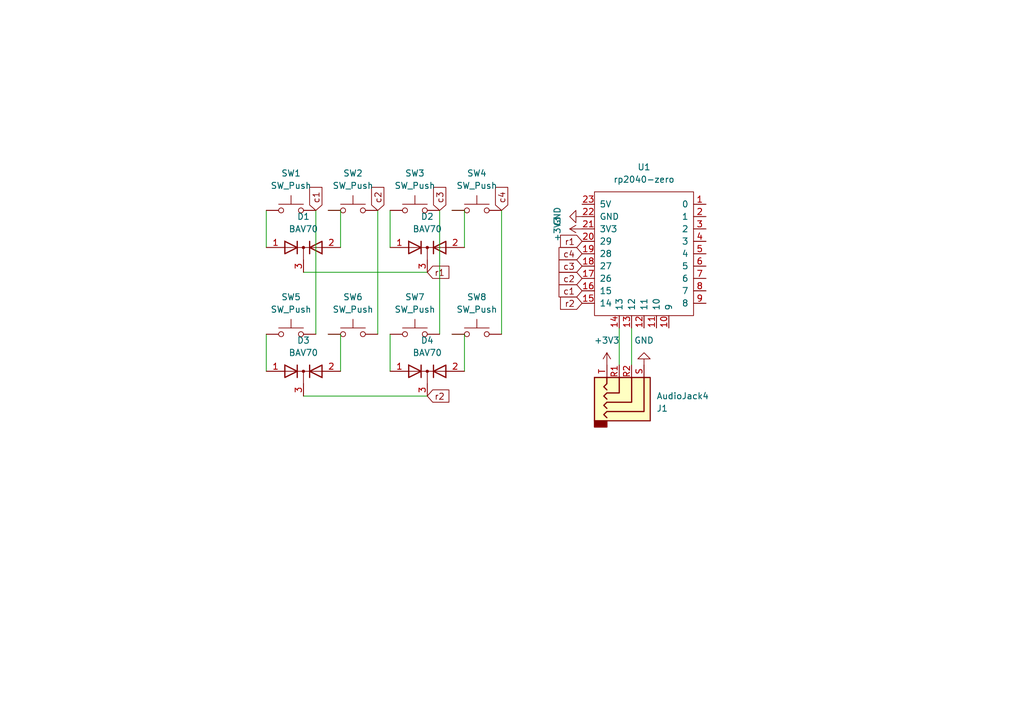
<source format=kicad_sch>
(kicad_sch (version 20230121) (generator eeschema)
  (paper "A5")
  (title_block (title "Art Pad") (date "2023-09-05"))
  (lib_symbols
    (symbol "Connector_Audio:AudioJack4"
      (property "Reference" "J" (at 0 8.89 0))
      (property "Value" "AudioJack4" (at 0 6.35 0))
      (symbol "AudioJack4_0_1"
        (rectangle (start -6.35 -5.08) (end -7.62 -7.62) (stroke (width 0.254)) (fill (type outline)))
        (polyline (pts (xy 0 -5.08) (xy 0.635 -5.715) (xy 1.27 -5.08) (xy 2.54 -5.08)) (stroke (width 0.254)))
        (polyline (pts (xy -5.715 -5.08) (xy -5.08 -5.715) (xy -4.445 -5.08) (xy -4.445 2.54) (xy 2.54 2.54)) (stroke (width 0.254)))
        (polyline (pts (xy -1.905 -5.08) (xy -1.27 -5.715) (xy -0.635 -5.08) (xy -0.635 -2.54) (xy 2.54 -2.54)) (stroke (width 0.254)))
        (polyline (pts (xy 2.54 0) (xy -2.54 0) (xy -2.54 -5.08) (xy -3.175 -5.715) (xy -3.81 -5.08)) (stroke (width 0.254)))
        (rectangle (start 2.54 3.81) (end -6.35 -7.62) (stroke (width 0.254)) (fill (type background)))
      )
      (symbol "AudioJack4_1_1"
        (pin passive line (at 5.08 -2.54 180) (length 2.54) (name "~") (number "R1"))
        (pin passive line (at 5.08 0 180) (length 2.54) (name "~") (number "R2"))
        (pin passive line (at 5.08 2.54 180) (length 2.54) (name "~") (number "S"))
        (pin passive line (at 5.08 -5.08 180) (length 2.54) (name "~") (number "T"))
      )
    )
    (symbol "Diode:BAV70" (pin_names hide)
      (property "Reference" "D" (at 0.635 -2.54 0))
      (property "Value" "BAV70" (at 0 2.54 0))
      (symbol "BAV70_0_1"
        (polyline (pts (xy -3.81 0) (xy 3.81 0)))
        (polyline (pts (xy 0 0) (xy 0 -2.54)))
        (polyline (pts (xy -1.27 -1.27) (xy -1.27 1.27) (xy -1.27 1.27)) (stroke (width 0.254)))
        (polyline (pts (xy 1.27 -1.27) (xy 1.27 1.27) (xy 1.27 1.27)) (stroke (width 0.254)))
        (polyline (pts (xy -3.81 1.27) (xy -1.27 0) (xy -3.81 -1.27) (xy -3.81 1.27) (xy -3.81 1.27) (xy -3.81 1.27)) (stroke (width 0.254)))
        (polyline (pts (xy 3.81 -1.27) (xy 1.27 0) (xy 3.81 1.27) (xy 3.81 -1.27) (xy 3.81 -1.27) (xy 3.81 -1.27)) (stroke (width 0.254)))
        (circle (center 0 0) (radius 0.254) (fill (type outline)))
        (pin passive line (at -7.62 0 0) (length 3.81) (name "A") (number "1"))
        (pin passive line (at 7.62 0 180) (length 3.81) (name "A") (number "2"))
        (pin passive line (at 0 -5.08 90) (length 2.54) (name "K") (number "3"))
      )
    )
    (symbol "Switch:SW_Push" (pin_numbers hide) (pin_names (offset 1.016) hide)
      (property "Reference" "SW" (at 1.27 2.54 0))
      (property "Value" "SW_Push" (at 0 -1.524 0))
      (symbol "SW_Push_0_1"
        (circle (center -2.032 0) (radius 0.508))
        (polyline (pts (xy 0 1.27) (xy 0 3.048)))
        (polyline (pts (xy 2.54 1.27) (xy -2.54 1.27)))
        (circle (center 2.032 0) (radius 0.508))
        (pin passive line (at -5.08 0 0) (length 2.54) (name "1") (number "1"))
        (pin passive line (at 5.08 0 180) (length 2.54) (name "2") (number "2"))
      )
    )
    (symbol "custom:rp2040-zero" (pin_names (offset 1.016))
      (property "Reference" "U" (at 0 15.24 0))
      (property "Value" "rp2040-zero" (at 0 12.7 0))
      (symbol "rp2040-zero_0_1"
        (rectangle (start -10.16 11.43) (end 10.16 -13.97))
      )
      (symbol "rp2040-zero_1_1"
        (pin bidirectional line (at 12.7 8.89 180) (length 2.54) (name "0") (number "1"))
        (pin bidirectional line (at 5.08 -16.51 90) (length 2.54) (name "9") (number "10"))
        (pin bidirectional line (at 2.54 -16.51 90) (length 2.54) (name "10") (number "11"))
        (pin bidirectional line (at 0 -16.51 90) (length 2.54) (name "11") (number "12"))
        (pin bidirectional line (at -2.54 -16.51 90) (length 2.54) (name "12") (number "13"))
        (pin bidirectional line (at -5.08 -16.51 90) (length 2.54) (name "13") (number "14"))
        (pin bidirectional line (at -12.7 -11.43 0) (length 2.54) (name "14") (number "15"))
        (pin bidirectional line (at -12.7 -8.89 0) (length 2.54) (name "15") (number "16"))
        (pin bidirectional line (at -12.7 -6.35 0) (length 2.54) (name "26") (number "17"))
        (pin bidirectional line (at -12.7 -3.81 0) (length 2.54) (name "27") (number "18"))
        (pin bidirectional line (at -12.7 -1.27 0) (length 2.54) (name "28") (number "19"))
        (pin bidirectional line (at 12.7 6.35 180) (length 2.54) (name "1") (number "2"))
        (pin bidirectional line (at -12.7 1.27 0) (length 2.54) (name "29") (number "20"))
        (pin power_out line (at -12.7 3.81 0) (length 2.54) (name "3V3") (number "21"))
        (pin power_out line (at -12.7 6.35 0) (length 2.54) (name "GND") (number "22"))
        (pin power_out line (at -12.7 8.89 0) (length 2.54) (name "5V") (number "23"))
        (pin bidirectional line (at 12.7 3.81 180) (length 2.54) (name "2") (number "3"))
        (pin bidirectional line (at 12.7 1.27 180) (length 2.54) (name "3") (number "4"))
        (pin bidirectional line (at 12.7 -1.27 180) (length 2.54) (name "4") (number "5"))
        (pin bidirectional line (at 12.7 -3.81 180) (length 2.54) (name "5") (number "6"))
        (pin bidirectional line (at 12.7 -6.35 180) (length 2.54) (name "6") (number "7"))
        (pin bidirectional line (at 12.7 -8.89 180) (length 2.54) (name "7") (number "8"))
        (pin bidirectional line (at 12.7 -11.43 180) (length 2.54) (name "8") (number "9"))
      )
    )
    (symbol "power:+3V3" (power) (pin_names (offset 0))
      (property "Value" "+3V3" (at 0 3.556 0))
      (symbol "+3V3_0_1"
        (polyline (pts (xy -0.762 1.27) (xy 0 2.54)))
        (polyline (pts (xy 0 0) (xy 0 2.54)))
        (polyline (pts (xy 0 2.54) (xy 0.762 1.27)))
      )
      (symbol "+3V3_1_1"
        (pin power_in line (at 0 0 90) (length 0) hide (name "+3V3") (number "1"))
      )
    )
    (symbol "power:GND" (power) (pin_names (offset 0))
      (property "Value" "GND" (at 0 -3.81 0))
      (symbol "GND_0_1"
        (polyline (pts (xy 0 0) (xy 0 -1.27) (xy 1.27 -1.27) (xy 0 -2.54) (xy -1.27 -1.27) (xy 0 -1.27)))
      )
      (symbol "GND_1_1"
        (pin power_in line (at 0 0 270) (length 0) hide (name "GND") (number "1"))
      )
    )
  )
  (wire (pts (xy 127 67.31) (xy 127 74.93)))
  (wire (pts (xy 69.85 43.18) (xy 67.31 43.18)))
  (wire (pts (xy 102.87 43.18) (xy 102.87 68.58)))
  (wire (pts (xy 95.25 43.18) (xy 92.71 43.18)))
  (wire (pts (xy 62.23 55.88) (xy 87.63 55.88)))
  (wire (pts (xy 54.61 43.18) (xy 54.61 50.8)))
  (wire (pts (xy 69.85 50.8) (xy 69.85 43.18)))
  (wire (pts (xy 95.25 50.8) (xy 95.25 43.18)))
  (wire (pts (xy 95.25 68.58) (xy 92.71 68.58)))
  (wire (pts (xy 54.61 68.58) (xy 54.61 76.2)))
  (wire (pts (xy 95.25 76.2) (xy 95.25 68.58)))
  (wire (pts (xy 129.54 67.31) (xy 129.54 74.93)))
  (wire (pts (xy 80.01 43.18) (xy 80.01 50.8)))
  (wire (pts (xy 80.01 68.58) (xy 80.01 76.2)))
  (wire (pts (xy 64.77 43.18) (xy 64.77 68.58)))
  (wire (pts (xy 90.17 43.18) (xy 90.17 68.58)))
  (wire (pts (xy 69.85 76.2) (xy 69.85 68.58)))
  (wire (pts (xy 77.47 43.18) (xy 77.47 68.58)))
  (wire (pts (xy 69.85 68.58) (xy 67.31 68.58)))
  (wire (pts (xy 62.23 81.28) (xy 87.63 81.28)))
  (global_label "r1" (shape input) (at 119.38 49.53 180) (property "Intersheetrefs" "${INTERSHEET_REFS}" (effects hide)))
  (global_label "c2" (shape input) (at 119.38 57.15 180) (property "Intersheetrefs" "${INTERSHEET_REFS}" (effects hide)))
  (global_label "c1" (shape input) (at 64.77 43.18 90) (property "Intersheetrefs" "${INTERSHEET_REFS}" (effects hide)))
  (global_label "r2" (shape input) (at 119.38 62.23 180) (property "Intersheetrefs" "${INTERSHEET_REFS}" (effects hide)))
  (global_label "c1" (shape input) (at 119.38 59.69 180) (property "Intersheetrefs" "${INTERSHEET_REFS}" (effects hide)))
  (global_label "c2" (shape input) (at 77.47 43.18 90) (property "Intersheetrefs" "${INTERSHEET_REFS}" (effects hide)))
  (global_label "c3" (shape input) (at 119.38 54.61 180) (property "Intersheetrefs" "${INTERSHEET_REFS}" (effects hide)))
  (global_label "c3" (shape input) (at 90.17 43.18 90) (property "Intersheetrefs" "${INTERSHEET_REFS}" (effects hide)))
  (global_label "r2" (shape input) (at 87.63 81.28 0) (property "Intersheetrefs" "${INTERSHEET_REFS}" (effects hide)))
  (global_label "r1" (shape input) (at 87.63 55.88 0) (property "Intersheetrefs" "${INTERSHEET_REFS}" (effects hide)))
  (global_label "c4" (shape input) (at 102.87 43.18 90) (property "Intersheetrefs" "${INTERSHEET_REFS}" (effects hide)))
  (global_label "c4" (shape input) (at 119.38 52.07 180) (property "Intersheetrefs" "${INTERSHEET_REFS}" (effects hide)))
  (symbol (lib_id "custom:rp2040-zero") (at 132.08 50.8 0) (unit 1)
    (property "Reference" "U1" (at 132.08 34.29 0))
    (property "Value" "rp2040-zero" (at 132.08 36.83 0))
    (property "Footprint" "custom:rp2040-zero-tht" (effects hide))
  )
  (symbol (lib_id "Switch:SW_Push") (at 72.39 43.18 0) (unit 1)
    (property "Reference" "SW2" (at 72.39 35.56 0))
    (property "Value" "SW_Push" (at 72.39 38.1 0))
    (property "Footprint" "PCM_marbastlib-xp-choc:SW_choc_Reversible_1u" (effects hide))
  )
  (symbol (lib_id "Switch:SW_Push") (at 97.79 43.18 0) (unit 1)
    (property "Reference" "SW4" (at 97.79 35.56 0))
    (property "Value" "SW_Push" (at 97.79 38.1 0))
    (property "Footprint" "PCM_marbastlib-xp-choc:SW_choc_Reversible_1u" (effects hide))
  )
  (symbol (lib_id "Diode:BAV70") (at 87.63 50.8 0) (unit 1)
    (property "Reference" "D2" (at 87.63 44.45 0))
    (property "Value" "BAV70" (at 87.63 46.99 0))
    (property "Footprint" "Package_TO_SOT_SMD:SOT-23" (effects hide))
    (property "Datasheet" "https://assets.nexperia.com/documents/data-sheet/BAV70_SER.pdf" (effects hide))
  )
  (symbol (lib_id "power:+3V3") (at 124.46 74.93 0) (unit 1)
    (property "Reference" "#PWR02" (effects hide))
    (property "Value" "+3V3" (at 124.46 69.85 0))
  )
  (symbol (lib_id "Switch:SW_Push") (at 59.69 43.18 0) (unit 1)
    (property "Reference" "SW1" (at 59.69 35.56 0))
    (property "Value" "SW_Push" (at 59.69 38.1 0))
    (property "Footprint" "PCM_marbastlib-xp-choc:SW_choc_Reversible_1u" (effects hide))
  )
  (symbol (lib_id "Diode:BAV70") (at 87.63 76.2 0) (unit 1)
    (property "Reference" "D4" (at 87.63 69.85 0))
    (property "Value" "BAV70" (at 87.63 72.39 0))
    (property "Footprint" "Package_TO_SOT_SMD:SOT-23" (effects hide))
    (property "Datasheet" "https://assets.nexperia.com/documents/data-sheet/BAV70_SER.pdf" (effects hide))
  )
  (symbol (lib_id "power:GND") (at 132.08 74.93 180) (unit 1)
    (property "Reference" "#PWR01" (effects hide))
    (property "Value" "GND" (at 132.08 69.85 0))
  )
  (symbol (lib_id "Diode:BAV70") (at 62.23 76.2 0) (unit 1)
    (property "Reference" "D3" (at 62.23 69.85 0))
    (property "Value" "BAV70" (at 62.23 72.39 0))
    (property "Footprint" "Package_TO_SOT_SMD:SOT-23" (effects hide))
    (property "Datasheet" "https://assets.nexperia.com/documents/data-sheet/BAV70_SER.pdf" (effects hide))
  )
  (symbol (lib_id "Switch:SW_Push") (at 85.09 43.18 0) (unit 1)
    (property "Reference" "SW3" (at 85.09 35.56 0))
    (property "Value" "SW_Push" (at 85.09 38.1 0))
    (property "Footprint" "PCM_marbastlib-xp-choc:SW_choc_Reversible_1u" (effects hide))
  )
  (symbol (lib_id "power:+3V3") (at 119.38 46.99 90) (unit 1)
    (property "Reference" "#PWR04" (effects hide))
    (property "Value" "+3V3" (at 114.3 46.99 0))
  )
  (symbol (lib_id "Switch:SW_Push") (at 85.09 68.58 0) (unit 1)
    (property "Reference" "SW7" (at 85.09 60.96 0))
    (property "Value" "SW_Push" (at 85.09 63.5 0))
    (property "Footprint" "PCM_marbastlib-xp-choc:SW_choc_Reversible_1u" (effects hide))
  )
  (symbol (lib_id "power:GND") (at 119.38 44.45 270) (unit 1)
    (property "Reference" "#PWR03" (effects hide))
    (property "Value" "GND" (at 114.3 44.45 0))
  )
  (symbol (lib_id "Switch:SW_Push") (at 72.39 68.58 0) (unit 1)
    (property "Reference" "SW6" (at 72.39 60.96 0))
    (property "Value" "SW_Push" (at 72.39 63.5 0))
    (property "Footprint" "PCM_marbastlib-xp-choc:SW_choc_Reversible_1u" (effects hide))
  )
  (symbol (lib_id "Diode:BAV70") (at 62.23 50.8 0) (unit 1)
    (property "Reference" "D1" (at 62.23 44.45 0))
    (property "Value" "BAV70" (at 62.23 46.99 0))
    (property "Footprint" "Package_TO_SOT_SMD:SOT-23" (effects hide))
    (property "Datasheet" "https://assets.nexperia.com/documents/data-sheet/BAV70_SER.pdf" (effects hide))
  )
  (symbol (lib_id "Switch:SW_Push") (at 97.79 68.58 0) (unit 1)
    (property "Reference" "SW8" (at 97.79 60.96 0))
    (property "Value" "SW_Push" (at 97.79 63.5 0))
    (property "Footprint" "PCM_marbastlib-xp-choc:SW_choc_Reversible_1u" (effects hide))
  )
  (symbol (lib_id "Switch:SW_Push") (at 59.69 68.58 0) (unit 1)
    (property "Reference" "SW5" (at 59.69 60.96 0))
    (property "Value" "SW_Push" (at 59.69 63.5 0))
    (property "Footprint" "PCM_marbastlib-xp-choc:SW_choc_Reversible_1u" (effects hide))
  )
  (symbol (lib_id "Connector_Audio:AudioJack4") (at 129.54 80.01 270) (mirror x) (unit 1)
    (property "Reference" "J1" (at 134.62 83.82 90) (effects (justify left)))
    (property "Value" "AudioJack4" (at 134.62 81.28 90) (effects (justify left)))
    (property "Footprint" "PCM_marbastlib-xp-various:CON_MJ-4PP-9_Reversible" (effects hide))
  )
)
</source>
